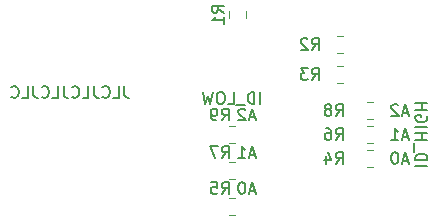
<source format=gbr>
%TF.GenerationSoftware,KiCad,Pcbnew,(5.1.6)-1*%
%TF.CreationDate,2020-09-06T00:09:38+02:00*%
%TF.ProjectId,gpioexpander4,6770696f-6578-4706-916e-646572342e6b,rev?*%
%TF.SameCoordinates,Original*%
%TF.FileFunction,Legend,Bot*%
%TF.FilePolarity,Positive*%
%FSLAX46Y46*%
G04 Gerber Fmt 4.6, Leading zero omitted, Abs format (unit mm)*
G04 Created by KiCad (PCBNEW (5.1.6)-1) date 2020-09-06 00:09:38*
%MOMM*%
%LPD*%
G01*
G04 APERTURE LIST*
%ADD10C,0.150000*%
%ADD11C,0.120000*%
G04 APERTURE END LIST*
D10*
X129492285Y-82970666D02*
X129016095Y-82970666D01*
X129587523Y-83256380D02*
X129254190Y-82256380D01*
X128920857Y-83256380D01*
X128397047Y-82256380D02*
X128301809Y-82256380D01*
X128206571Y-82304000D01*
X128158952Y-82351619D01*
X128111333Y-82446857D01*
X128063714Y-82637333D01*
X128063714Y-82875428D01*
X128111333Y-83065904D01*
X128158952Y-83161142D01*
X128206571Y-83208761D01*
X128301809Y-83256380D01*
X128397047Y-83256380D01*
X128492285Y-83208761D01*
X128539904Y-83161142D01*
X128587523Y-83065904D01*
X128635142Y-82875428D01*
X128635142Y-82637333D01*
X128587523Y-82446857D01*
X128539904Y-82351619D01*
X128492285Y-82304000D01*
X128397047Y-82256380D01*
X129492285Y-79922666D02*
X129016095Y-79922666D01*
X129587523Y-80208380D02*
X129254190Y-79208380D01*
X128920857Y-80208380D01*
X128063714Y-80208380D02*
X128635142Y-80208380D01*
X128349428Y-80208380D02*
X128349428Y-79208380D01*
X128444666Y-79351238D01*
X128539904Y-79446476D01*
X128635142Y-79494095D01*
X129492285Y-76747666D02*
X129016095Y-76747666D01*
X129587523Y-77033380D02*
X129254190Y-76033380D01*
X128920857Y-77033380D01*
X128635142Y-76128619D02*
X128587523Y-76081000D01*
X128492285Y-76033380D01*
X128254190Y-76033380D01*
X128158952Y-76081000D01*
X128111333Y-76128619D01*
X128063714Y-76223857D01*
X128063714Y-76319095D01*
X128111333Y-76461952D01*
X128682761Y-77033380D01*
X128063714Y-77033380D01*
X142446285Y-80430666D02*
X141970095Y-80430666D01*
X142541523Y-80716380D02*
X142208190Y-79716380D01*
X141874857Y-80716380D01*
X141351047Y-79716380D02*
X141255809Y-79716380D01*
X141160571Y-79764000D01*
X141112952Y-79811619D01*
X141065333Y-79906857D01*
X141017714Y-80097333D01*
X141017714Y-80335428D01*
X141065333Y-80525904D01*
X141112952Y-80621142D01*
X141160571Y-80668761D01*
X141255809Y-80716380D01*
X141351047Y-80716380D01*
X141446285Y-80668761D01*
X141493904Y-80621142D01*
X141541523Y-80525904D01*
X141589142Y-80335428D01*
X141589142Y-80097333D01*
X141541523Y-79906857D01*
X141493904Y-79811619D01*
X141446285Y-79764000D01*
X141351047Y-79716380D01*
X142446285Y-78398666D02*
X141970095Y-78398666D01*
X142541523Y-78684380D02*
X142208190Y-77684380D01*
X141874857Y-78684380D01*
X141017714Y-78684380D02*
X141589142Y-78684380D01*
X141303428Y-78684380D02*
X141303428Y-77684380D01*
X141398666Y-77827238D01*
X141493904Y-77922476D01*
X141589142Y-77970095D01*
X142446285Y-76366666D02*
X141970095Y-76366666D01*
X142541523Y-76652380D02*
X142208190Y-75652380D01*
X141874857Y-76652380D01*
X141589142Y-75747619D02*
X141541523Y-75700000D01*
X141446285Y-75652380D01*
X141208190Y-75652380D01*
X141112952Y-75700000D01*
X141065333Y-75747619D01*
X141017714Y-75842857D01*
X141017714Y-75938095D01*
X141065333Y-76080952D01*
X141636761Y-76652380D01*
X141017714Y-76652380D01*
X118411047Y-74128380D02*
X118411047Y-74842666D01*
X118458666Y-74985523D01*
X118553904Y-75080761D01*
X118696761Y-75128380D01*
X118792000Y-75128380D01*
X117458666Y-75128380D02*
X117934857Y-75128380D01*
X117934857Y-74128380D01*
X116553904Y-75033142D02*
X116601523Y-75080761D01*
X116744380Y-75128380D01*
X116839619Y-75128380D01*
X116982476Y-75080761D01*
X117077714Y-74985523D01*
X117125333Y-74890285D01*
X117172952Y-74699809D01*
X117172952Y-74556952D01*
X117125333Y-74366476D01*
X117077714Y-74271238D01*
X116982476Y-74176000D01*
X116839619Y-74128380D01*
X116744380Y-74128380D01*
X116601523Y-74176000D01*
X116553904Y-74223619D01*
X115839619Y-74128380D02*
X115839619Y-74842666D01*
X115887238Y-74985523D01*
X115982476Y-75080761D01*
X116125333Y-75128380D01*
X116220571Y-75128380D01*
X114887238Y-75128380D02*
X115363428Y-75128380D01*
X115363428Y-74128380D01*
X113982476Y-75033142D02*
X114030095Y-75080761D01*
X114172952Y-75128380D01*
X114268190Y-75128380D01*
X114411047Y-75080761D01*
X114506285Y-74985523D01*
X114553904Y-74890285D01*
X114601523Y-74699809D01*
X114601523Y-74556952D01*
X114553904Y-74366476D01*
X114506285Y-74271238D01*
X114411047Y-74176000D01*
X114268190Y-74128380D01*
X114172952Y-74128380D01*
X114030095Y-74176000D01*
X113982476Y-74223619D01*
X113268190Y-74128380D02*
X113268190Y-74842666D01*
X113315809Y-74985523D01*
X113411047Y-75080761D01*
X113553904Y-75128380D01*
X113649142Y-75128380D01*
X112315809Y-75128380D02*
X112792000Y-75128380D01*
X112792000Y-74128380D01*
X111411047Y-75033142D02*
X111458666Y-75080761D01*
X111601523Y-75128380D01*
X111696761Y-75128380D01*
X111839619Y-75080761D01*
X111934857Y-74985523D01*
X111982476Y-74890285D01*
X112030095Y-74699809D01*
X112030095Y-74556952D01*
X111982476Y-74366476D01*
X111934857Y-74271238D01*
X111839619Y-74176000D01*
X111696761Y-74128380D01*
X111601523Y-74128380D01*
X111458666Y-74176000D01*
X111411047Y-74223619D01*
X110696761Y-74128380D02*
X110696761Y-74842666D01*
X110744380Y-74985523D01*
X110839619Y-75080761D01*
X110982476Y-75128380D01*
X111077714Y-75128380D01*
X109744380Y-75128380D02*
X110220571Y-75128380D01*
X110220571Y-74128380D01*
X108839619Y-75033142D02*
X108887238Y-75080761D01*
X109030095Y-75128380D01*
X109125333Y-75128380D01*
X109268190Y-75080761D01*
X109363428Y-74985523D01*
X109411047Y-74890285D01*
X109458666Y-74699809D01*
X109458666Y-74556952D01*
X109411047Y-74366476D01*
X109363428Y-74271238D01*
X109268190Y-74176000D01*
X109125333Y-74128380D01*
X109030095Y-74128380D01*
X108887238Y-74176000D01*
X108839619Y-74223619D01*
X143057619Y-80898666D02*
X144057619Y-80898666D01*
X143057619Y-80422476D02*
X144057619Y-80422476D01*
X144057619Y-80184380D01*
X144010000Y-80041523D01*
X143914761Y-79946285D01*
X143819523Y-79898666D01*
X143629047Y-79851047D01*
X143486190Y-79851047D01*
X143295714Y-79898666D01*
X143200476Y-79946285D01*
X143105238Y-80041523D01*
X143057619Y-80184380D01*
X143057619Y-80422476D01*
X142962380Y-79660571D02*
X142962380Y-78898666D01*
X143057619Y-78660571D02*
X144057619Y-78660571D01*
X143581428Y-78660571D02*
X143581428Y-78089142D01*
X143057619Y-78089142D02*
X144057619Y-78089142D01*
X143057619Y-77612952D02*
X144057619Y-77612952D01*
X144010000Y-76612952D02*
X144057619Y-76708190D01*
X144057619Y-76851047D01*
X144010000Y-76993904D01*
X143914761Y-77089142D01*
X143819523Y-77136761D01*
X143629047Y-77184380D01*
X143486190Y-77184380D01*
X143295714Y-77136761D01*
X143200476Y-77089142D01*
X143105238Y-76993904D01*
X143057619Y-76851047D01*
X143057619Y-76755809D01*
X143105238Y-76612952D01*
X143152857Y-76565333D01*
X143486190Y-76565333D01*
X143486190Y-76755809D01*
X143057619Y-76136761D02*
X144057619Y-76136761D01*
X143581428Y-76136761D02*
X143581428Y-75565333D01*
X143057619Y-75565333D02*
X144057619Y-75565333D01*
X129888952Y-75636380D02*
X129888952Y-74636380D01*
X129412761Y-75636380D02*
X129412761Y-74636380D01*
X129174666Y-74636380D01*
X129031809Y-74684000D01*
X128936571Y-74779238D01*
X128888952Y-74874476D01*
X128841333Y-75064952D01*
X128841333Y-75207809D01*
X128888952Y-75398285D01*
X128936571Y-75493523D01*
X129031809Y-75588761D01*
X129174666Y-75636380D01*
X129412761Y-75636380D01*
X128650857Y-75731619D02*
X127888952Y-75731619D01*
X127174666Y-75636380D02*
X127650857Y-75636380D01*
X127650857Y-74636380D01*
X126650857Y-74636380D02*
X126460380Y-74636380D01*
X126365142Y-74684000D01*
X126269904Y-74779238D01*
X126222285Y-74969714D01*
X126222285Y-75303047D01*
X126269904Y-75493523D01*
X126365142Y-75588761D01*
X126460380Y-75636380D01*
X126650857Y-75636380D01*
X126746095Y-75588761D01*
X126841333Y-75493523D01*
X126888952Y-75303047D01*
X126888952Y-74969714D01*
X126841333Y-74779238D01*
X126746095Y-74684000D01*
X126650857Y-74636380D01*
X125888952Y-74636380D02*
X125650857Y-75636380D01*
X125460380Y-74922095D01*
X125269904Y-75636380D01*
X125031809Y-74636380D01*
D11*
%TO.C,R9*%
X127778252Y-77522000D02*
X127255748Y-77522000D01*
X127778252Y-78942000D02*
X127255748Y-78942000D01*
%TO.C,R8*%
X139453252Y-75490000D02*
X138930748Y-75490000D01*
X139453252Y-76910000D02*
X138930748Y-76910000D01*
%TO.C,R7*%
X127760252Y-80570000D02*
X127237748Y-80570000D01*
X127760252Y-81990000D02*
X127237748Y-81990000D01*
%TO.C,R6*%
X139462252Y-77522000D02*
X138939748Y-77522000D01*
X139462252Y-78942000D02*
X138939748Y-78942000D01*
%TO.C,R5*%
X127769252Y-83618000D02*
X127246748Y-83618000D01*
X127769252Y-85038000D02*
X127246748Y-85038000D01*
%TO.C,R4*%
X139444252Y-79554000D02*
X138921748Y-79554000D01*
X139444252Y-80974000D02*
X138921748Y-80974000D01*
%TO.C,R3*%
X136381748Y-73862000D02*
X136904252Y-73862000D01*
X136381748Y-72442000D02*
X136904252Y-72442000D01*
%TO.C,R2*%
X136381748Y-71322000D02*
X136904252Y-71322000D01*
X136381748Y-69902000D02*
X136904252Y-69902000D01*
%TO.C,R1*%
X127306000Y-67801748D02*
X127306000Y-68324252D01*
X128726000Y-67801748D02*
X128726000Y-68324252D01*
%TO.C,R9*%
D10*
X126658666Y-77034380D02*
X126992000Y-76558190D01*
X127230095Y-77034380D02*
X127230095Y-76034380D01*
X126849142Y-76034380D01*
X126753904Y-76082000D01*
X126706285Y-76129619D01*
X126658666Y-76224857D01*
X126658666Y-76367714D01*
X126706285Y-76462952D01*
X126753904Y-76510571D01*
X126849142Y-76558190D01*
X127230095Y-76558190D01*
X126182476Y-77034380D02*
X125992000Y-77034380D01*
X125896761Y-76986761D01*
X125849142Y-76939142D01*
X125753904Y-76796285D01*
X125706285Y-76605809D01*
X125706285Y-76224857D01*
X125753904Y-76129619D01*
X125801523Y-76082000D01*
X125896761Y-76034380D01*
X126087238Y-76034380D01*
X126182476Y-76082000D01*
X126230095Y-76129619D01*
X126277714Y-76224857D01*
X126277714Y-76462952D01*
X126230095Y-76558190D01*
X126182476Y-76605809D01*
X126087238Y-76653428D01*
X125896761Y-76653428D01*
X125801523Y-76605809D01*
X125753904Y-76558190D01*
X125706285Y-76462952D01*
%TO.C,R8*%
X136310666Y-76652380D02*
X136644000Y-76176190D01*
X136882095Y-76652380D02*
X136882095Y-75652380D01*
X136501142Y-75652380D01*
X136405904Y-75700000D01*
X136358285Y-75747619D01*
X136310666Y-75842857D01*
X136310666Y-75985714D01*
X136358285Y-76080952D01*
X136405904Y-76128571D01*
X136501142Y-76176190D01*
X136882095Y-76176190D01*
X135739238Y-76080952D02*
X135834476Y-76033333D01*
X135882095Y-75985714D01*
X135929714Y-75890476D01*
X135929714Y-75842857D01*
X135882095Y-75747619D01*
X135834476Y-75700000D01*
X135739238Y-75652380D01*
X135548761Y-75652380D01*
X135453523Y-75700000D01*
X135405904Y-75747619D01*
X135358285Y-75842857D01*
X135358285Y-75890476D01*
X135405904Y-75985714D01*
X135453523Y-76033333D01*
X135548761Y-76080952D01*
X135739238Y-76080952D01*
X135834476Y-76128571D01*
X135882095Y-76176190D01*
X135929714Y-76271428D01*
X135929714Y-76461904D01*
X135882095Y-76557142D01*
X135834476Y-76604761D01*
X135739238Y-76652380D01*
X135548761Y-76652380D01*
X135453523Y-76604761D01*
X135405904Y-76557142D01*
X135358285Y-76461904D01*
X135358285Y-76271428D01*
X135405904Y-76176190D01*
X135453523Y-76128571D01*
X135548761Y-76080952D01*
%TO.C,R7*%
X126658666Y-80208380D02*
X126992000Y-79732190D01*
X127230095Y-80208380D02*
X127230095Y-79208380D01*
X126849142Y-79208380D01*
X126753904Y-79256000D01*
X126706285Y-79303619D01*
X126658666Y-79398857D01*
X126658666Y-79541714D01*
X126706285Y-79636952D01*
X126753904Y-79684571D01*
X126849142Y-79732190D01*
X127230095Y-79732190D01*
X126325333Y-79208380D02*
X125658666Y-79208380D01*
X126087238Y-80208380D01*
%TO.C,R6*%
X136310666Y-78684380D02*
X136644000Y-78208190D01*
X136882095Y-78684380D02*
X136882095Y-77684380D01*
X136501142Y-77684380D01*
X136405904Y-77732000D01*
X136358285Y-77779619D01*
X136310666Y-77874857D01*
X136310666Y-78017714D01*
X136358285Y-78112952D01*
X136405904Y-78160571D01*
X136501142Y-78208190D01*
X136882095Y-78208190D01*
X135453523Y-77684380D02*
X135644000Y-77684380D01*
X135739238Y-77732000D01*
X135786857Y-77779619D01*
X135882095Y-77922476D01*
X135929714Y-78112952D01*
X135929714Y-78493904D01*
X135882095Y-78589142D01*
X135834476Y-78636761D01*
X135739238Y-78684380D01*
X135548761Y-78684380D01*
X135453523Y-78636761D01*
X135405904Y-78589142D01*
X135358285Y-78493904D01*
X135358285Y-78255809D01*
X135405904Y-78160571D01*
X135453523Y-78112952D01*
X135548761Y-78065333D01*
X135739238Y-78065333D01*
X135834476Y-78112952D01*
X135882095Y-78160571D01*
X135929714Y-78255809D01*
%TO.C,R5*%
X126658666Y-83256380D02*
X126992000Y-82780190D01*
X127230095Y-83256380D02*
X127230095Y-82256380D01*
X126849142Y-82256380D01*
X126753904Y-82304000D01*
X126706285Y-82351619D01*
X126658666Y-82446857D01*
X126658666Y-82589714D01*
X126706285Y-82684952D01*
X126753904Y-82732571D01*
X126849142Y-82780190D01*
X127230095Y-82780190D01*
X125753904Y-82256380D02*
X126230095Y-82256380D01*
X126277714Y-82732571D01*
X126230095Y-82684952D01*
X126134857Y-82637333D01*
X125896761Y-82637333D01*
X125801523Y-82684952D01*
X125753904Y-82732571D01*
X125706285Y-82827809D01*
X125706285Y-83065904D01*
X125753904Y-83161142D01*
X125801523Y-83208761D01*
X125896761Y-83256380D01*
X126134857Y-83256380D01*
X126230095Y-83208761D01*
X126277714Y-83161142D01*
%TO.C,R4*%
X136310666Y-80716380D02*
X136644000Y-80240190D01*
X136882095Y-80716380D02*
X136882095Y-79716380D01*
X136501142Y-79716380D01*
X136405904Y-79764000D01*
X136358285Y-79811619D01*
X136310666Y-79906857D01*
X136310666Y-80049714D01*
X136358285Y-80144952D01*
X136405904Y-80192571D01*
X136501142Y-80240190D01*
X136882095Y-80240190D01*
X135453523Y-80049714D02*
X135453523Y-80716380D01*
X135691619Y-79668761D02*
X135929714Y-80383047D01*
X135310666Y-80383047D01*
%TO.C,R3*%
X134278666Y-73604380D02*
X134612000Y-73128190D01*
X134850095Y-73604380D02*
X134850095Y-72604380D01*
X134469142Y-72604380D01*
X134373904Y-72652000D01*
X134326285Y-72699619D01*
X134278666Y-72794857D01*
X134278666Y-72937714D01*
X134326285Y-73032952D01*
X134373904Y-73080571D01*
X134469142Y-73128190D01*
X134850095Y-73128190D01*
X133945333Y-72604380D02*
X133326285Y-72604380D01*
X133659619Y-72985333D01*
X133516761Y-72985333D01*
X133421523Y-73032952D01*
X133373904Y-73080571D01*
X133326285Y-73175809D01*
X133326285Y-73413904D01*
X133373904Y-73509142D01*
X133421523Y-73556761D01*
X133516761Y-73604380D01*
X133802476Y-73604380D01*
X133897714Y-73556761D01*
X133945333Y-73509142D01*
%TO.C,R2*%
X134278666Y-71064380D02*
X134612000Y-70588190D01*
X134850095Y-71064380D02*
X134850095Y-70064380D01*
X134469142Y-70064380D01*
X134373904Y-70112000D01*
X134326285Y-70159619D01*
X134278666Y-70254857D01*
X134278666Y-70397714D01*
X134326285Y-70492952D01*
X134373904Y-70540571D01*
X134469142Y-70588190D01*
X134850095Y-70588190D01*
X133897714Y-70159619D02*
X133850095Y-70112000D01*
X133754857Y-70064380D01*
X133516761Y-70064380D01*
X133421523Y-70112000D01*
X133373904Y-70159619D01*
X133326285Y-70254857D01*
X133326285Y-70350095D01*
X133373904Y-70492952D01*
X133945333Y-71064380D01*
X133326285Y-71064380D01*
%TO.C,R1*%
X126818380Y-67896333D02*
X126342190Y-67563000D01*
X126818380Y-67324904D02*
X125818380Y-67324904D01*
X125818380Y-67705857D01*
X125866000Y-67801095D01*
X125913619Y-67848714D01*
X126008857Y-67896333D01*
X126151714Y-67896333D01*
X126246952Y-67848714D01*
X126294571Y-67801095D01*
X126342190Y-67705857D01*
X126342190Y-67324904D01*
X126818380Y-68848714D02*
X126818380Y-68277285D01*
X126818380Y-68563000D02*
X125818380Y-68563000D01*
X125961238Y-68467761D01*
X126056476Y-68372523D01*
X126104095Y-68277285D01*
%TD*%
M02*

</source>
